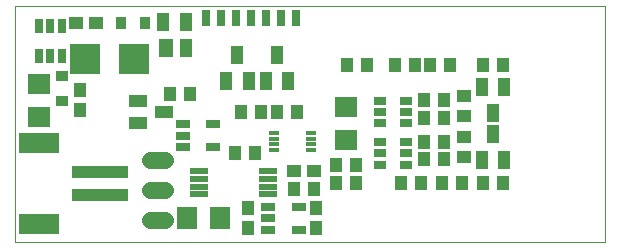
<source format=gts>
G75*
%MOIN*%
%OFA0B0*%
%FSLAX25Y25*%
%IPPOS*%
%LPD*%
%AMOC8*
5,1,8,0,0,1.08239X$1,22.5*
%
%ADD10C,0.00100*%
%ADD11R,0.04337X0.05912*%
%ADD12R,0.04337X0.03156*%
%ADD13R,0.04337X0.04731*%
%ADD14R,0.04731X0.04337*%
%ADD15C,0.05550*%
%ADD16R,0.06699X0.07487*%
%ADD17R,0.07487X0.06699*%
%ADD18R,0.05124X0.02565*%
%ADD19R,0.06306X0.02172*%
%ADD20R,0.18510X0.04337*%
%ADD21R,0.13786X0.06699*%
%ADD22R,0.02565X0.05124*%
%ADD23R,0.09849X0.09849*%
%ADD24R,0.03943X0.03550*%
%ADD25R,0.05912X0.04337*%
%ADD26R,0.04337X0.06069*%
%ADD27R,0.05124X0.06069*%
%ADD28R,0.02900X0.05400*%
%ADD29R,0.03550X0.03943*%
%ADD30R,0.03550X0.01581*%
D10*
X0024791Y0037936D02*
X0221641Y0037936D01*
X0221641Y0116676D01*
X0024791Y0116676D01*
X0024791Y0037936D01*
D11*
X0095224Y0091519D03*
X0102704Y0091519D03*
X0108492Y0091519D03*
X0115972Y0091519D03*
X0112232Y0100180D03*
X0098964Y0100180D03*
X0180500Y0089511D03*
X0187980Y0089511D03*
X0184240Y0080849D03*
X0184240Y0073763D03*
X0187980Y0065101D03*
X0180500Y0065101D03*
D12*
X0155106Y0063723D03*
X0155106Y0067463D03*
X0155106Y0071204D03*
X0146445Y0071204D03*
X0146445Y0067463D03*
X0146445Y0063723D03*
X0146445Y0077503D03*
X0146445Y0081243D03*
X0146445Y0084983D03*
X0155106Y0084983D03*
X0155106Y0081243D03*
X0155106Y0077503D03*
D13*
X0161208Y0079275D03*
X0167901Y0079275D03*
X0167901Y0085180D03*
X0161208Y0085180D03*
X0163177Y0096991D03*
X0158059Y0096991D03*
X0151366Y0096991D03*
X0142311Y0096991D03*
X0135618Y0096991D03*
X0118689Y0081243D03*
X0111996Y0081243D03*
X0106878Y0081243D03*
X0100185Y0081243D03*
X0083256Y0087149D03*
X0076563Y0087149D03*
X0046445Y0088526D03*
X0046445Y0081834D03*
X0098216Y0067463D03*
X0104909Y0067463D03*
X0117862Y0055574D03*
X0124555Y0055574D03*
X0131681Y0057621D03*
X0138374Y0057621D03*
X0138374Y0063526D03*
X0131681Y0063526D03*
X0153334Y0057621D03*
X0160027Y0057621D03*
X0167114Y0057621D03*
X0173807Y0057621D03*
X0180893Y0057621D03*
X0187586Y0057621D03*
X0167901Y0065495D03*
X0161208Y0065495D03*
X0161208Y0071400D03*
X0167901Y0071400D03*
X0125185Y0049156D03*
X0125185Y0042463D03*
X0102547Y0042463D03*
X0102547Y0049156D03*
X0169870Y0096991D03*
X0180893Y0096991D03*
X0187586Y0096991D03*
D14*
X0174397Y0086558D03*
X0174397Y0079865D03*
X0174397Y0072778D03*
X0174397Y0066086D03*
X0124594Y0061558D03*
X0117901Y0061558D03*
X0051760Y0110771D03*
X0045067Y0110771D03*
D15*
X0069736Y0065125D02*
X0074886Y0065125D01*
X0074886Y0055125D02*
X0069736Y0055125D01*
X0069736Y0045125D02*
X0074886Y0045125D01*
D16*
X0082271Y0045810D03*
X0093295Y0045810D03*
D17*
X0135027Y0071794D03*
X0135027Y0082818D03*
X0032665Y0079668D03*
X0032665Y0090692D03*
D18*
X0080697Y0077109D03*
X0080697Y0073369D03*
X0080697Y0069629D03*
X0090933Y0069629D03*
X0090933Y0077109D03*
X0109240Y0049550D03*
X0109240Y0045810D03*
X0109240Y0042070D03*
X0119476Y0042070D03*
X0119476Y0049550D03*
D19*
X0109043Y0053782D03*
X0109043Y0056341D03*
X0109043Y0058900D03*
X0109043Y0061460D03*
X0086208Y0061460D03*
X0086208Y0058900D03*
X0086208Y0056341D03*
X0086208Y0053782D03*
D20*
X0053137Y0053448D03*
X0053137Y0061322D03*
D21*
X0032665Y0070771D03*
X0032665Y0043999D03*
D22*
X0032862Y0099747D03*
X0036602Y0099747D03*
X0040342Y0099747D03*
X0040342Y0109983D03*
X0036602Y0109983D03*
X0032862Y0109983D03*
D23*
X0048019Y0098960D03*
X0064555Y0098960D03*
D24*
X0040539Y0093251D03*
X0040539Y0084983D03*
D25*
X0065736Y0084983D03*
X0074397Y0081243D03*
X0065736Y0077503D03*
D26*
X0081681Y0102503D03*
X0081681Y0111164D03*
X0074200Y0111164D03*
D27*
X0074988Y0102503D03*
D28*
X0088531Y0112739D03*
X0093531Y0112739D03*
X0098531Y0112739D03*
X0103531Y0112739D03*
X0108531Y0112739D03*
X0113531Y0112739D03*
X0118531Y0112739D03*
D29*
X0068295Y0110771D03*
X0060027Y0110771D03*
D30*
X0111208Y0074353D03*
X0111208Y0072385D03*
X0111208Y0070416D03*
X0111208Y0068448D03*
X0123413Y0068448D03*
X0123413Y0070416D03*
X0123413Y0072385D03*
X0123413Y0074353D03*
M02*

</source>
